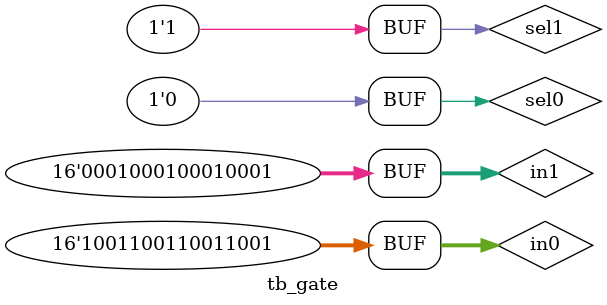
<source format=v>
`timescale 1ns / 1ps


module tb_gate;
//    input [15:0] in,
//    input sel,
//    output [15:0] out

    reg [15:0] in0;
    reg sel0;
    
    reg [15:0] in1;
    reg sel1;
    
    wire [15:0] out;
    
    gate uut0 (
        .in(in0),
        .sel(sel0),
        .out(out)
    );
    
    gate uut1 (
        .in(in1),
        .sel(sel1),
        .out(out)
    );
    
    initial begin
        $display("gate Testbench");
        in0 = 0;
        sel0 = 0;
        in1 = 0;
        sel1 = 0;
        
        #50
        
        // test having neither selected
        in0 = 'h9999;
        sel0 = 0;
        in1 = 'h1111;
        sel0 = 0;
        #50
        if (out != 'hZZZZ) $display("Test 0 FAIL");
        
        // test having 0 connected
        in0 = 'h9999;
        sel0 = 1;
        in1 = 'h1111;
        sel1 = 0;
        #50
        if (out != 'h9999) $display("Test 1 FAIL");
        
        // test having 1 connected
        in0 = 'h9999;
        sel0 = 0;
        in1 = 'h1111;
        sel1 = 1;
        #50
        if (out != 'h1111) $display("Test 2 FAIL");
        
        
    
    end




endmodule

</source>
